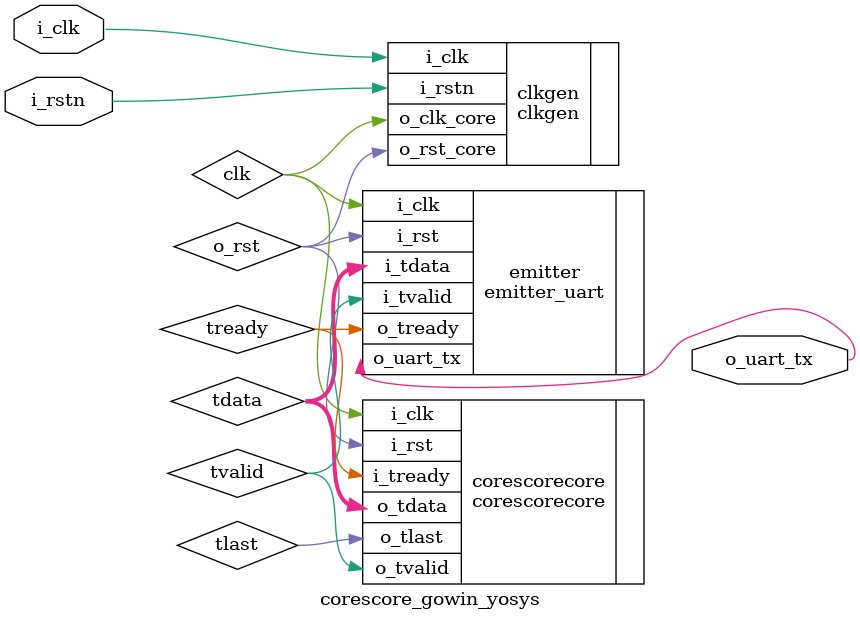
<source format=v>
(* keep = 1 *)
module corescore_gowin_yosys
  (
   input i_clk,
   input i_rstn,
   output wire o_uart_tx);

   wire        clk;
   wire        o_rst;

  //Create a 16MHz clock from 10MHz using PLL
  clkgen clkgen
    (.i_clk     (i_clk),
     .i_rstn    (i_rstn),
     .o_clk_core(clk),
     .o_rst_core(o_rst));

   wire [7:0]  tdata;
   wire        tlast;
   wire        tvalid;
   wire        tready;

   corescorecore corescorecore
     (.i_clk     (clk),
      .i_rst     (o_rst),
      .o_tdata   (tdata),
      .o_tlast   (tlast),
      .o_tvalid  (tvalid),
      .i_tready  (tready));

   emitter_uart emitter
     (.i_clk     (clk),
      .i_rst     (o_rst),
      .i_tdata    (tdata),
      .i_tvalid   (tvalid),
      .o_tready   (tready),
      .o_uart_tx (o_uart_tx));

endmodule

</source>
